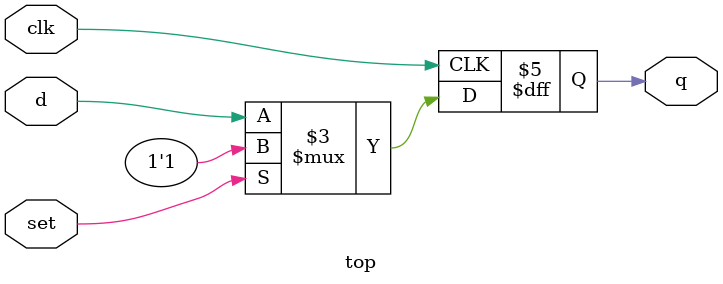
<source format=v>
module top(input clk, d, set, output reg q);
    always @(posedge clk)
           if (set)
                q <= 1'b1;
           else
                q <= d;
endmodule

</source>
